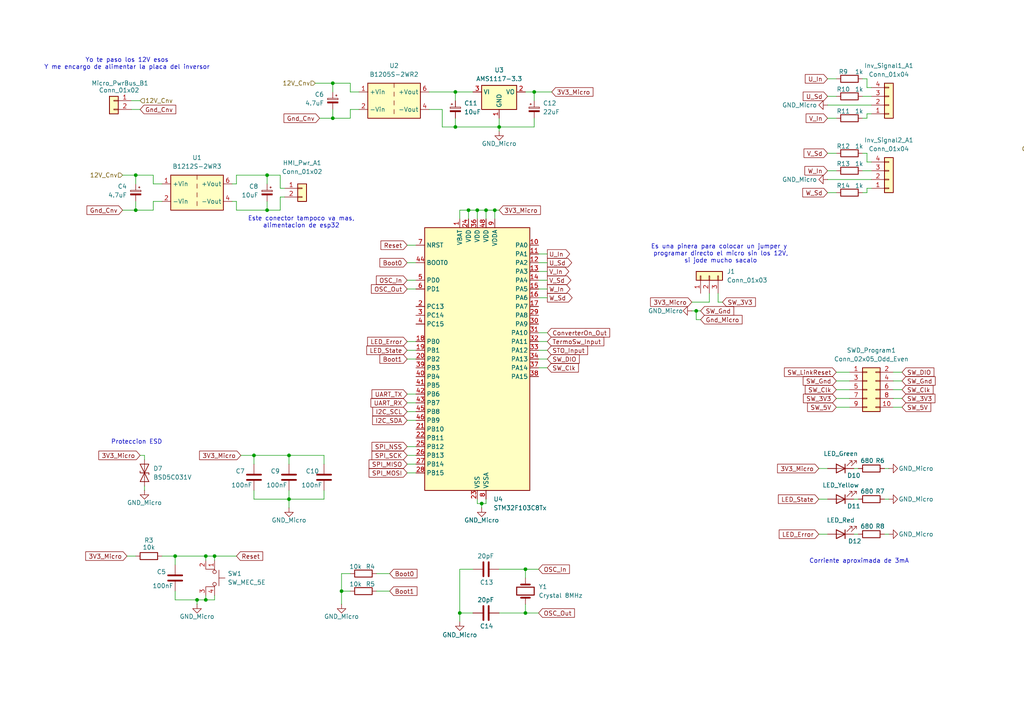
<source format=kicad_sch>
(kicad_sch (version 20250114) (generator "eeschema") (generator_version "9.0")
  (paper "A4")
  (lib_symbols
    (symbol "Connector:Screw_Terminal_01x02" (pin_names (offset 1.016) (hide yes))
      (property "Reference" "J" (at 0 2.54 0))
      (property "Value" "Screw_Terminal_01x02" (at 0 -5.08 0))
      (symbol "Screw_Terminal_01x02_1_1"
        (pin passive line (at -5.08 0 0) (length 3.81) (name "Pin_1") (number "1"))
        (pin passive line (at -5.08 -2.54 0) (length 3.81) (name "Pin_2") (number "2"))
      )
    )
    (symbol "Connector:Screw_Terminal_01x07" (pin_names (offset 1.016) (hide yes))
      (property "Reference" "J" (at 0 10.16 0))
      (property "Value" "Screw_Terminal_01x07" (at 0 -10.16 0))
      (symbol "Screw_Terminal_01x07_1_1"
        (pin passive line (at -5.08 7.62 0) (length 3.81) (name "Pin_1") (number "1"))
        (pin passive line (at -5.08 5.08 0) (length 3.81) (name "Pin_2") (number "2"))
        (pin passive line (at -5.08 2.54 0) (length 3.81) (name "Pin_3") (number "3"))
        (pin passive line (at -5.08 0 0) (length 3.81) (name "Pin_4") (number "4"))
        (pin passive line (at -5.08 -2.54 0) (length 3.81) (name "Pin_5") (number "5"))
        (pin passive line (at -5.08 -5.08 0) (length 3.81) (name "Pin_6") (number "6"))
        (pin passive line (at -5.08 -7.62 0) (length 3.81) (name "Pin_7") (number "7"))
      )
    )
    (symbol "Connector_Generic:Conn_01x02" (pin_names (offset 1.016) (hide yes))
      (property "Reference" "J" (at 0 2.54 0))
      (property "Value" "Conn_01x02" (at 0 -5.08 0))
      (symbol "Conn_01x02_1_1"
        (pin passive line (at -5.08 0 0) (length 3.81) (name "Pin_1") (number "1"))
        (pin passive line (at -5.08 -2.54 0) (length 3.81) (name "Pin_2") (number "2"))
      )
    )
    (symbol "Connector_Generic:Conn_01x03" (pin_names (offset 1.016) (hide yes))
      (property "Reference" "J" (at 0 5.08 0))
      (property "Value" "Conn_01x03" (at 0 -5.08 0))
      (symbol "Conn_01x03_1_1"
        (pin passive line (at -5.08 2.54 0) (length 3.81) (name "Pin_1") (number "1"))
        (pin passive line (at -5.08 0 0) (length 3.81) (name "Pin_2") (number "2"))
        (pin passive line (at -5.08 -2.54 0) (length 3.81) (name "Pin_3") (number "3"))
      )
    )
    (symbol "Connector_Generic:Conn_01x04" (pin_names (offset 1.016) (hide yes))
      (property "Reference" "J" (at 0 5.08 0))
      (property "Value" "Conn_01x04" (at 0 -7.62 0))
      (symbol "Conn_01x04_1_1"
        (pin passive line (at -5.08 2.54 0) (length 3.81) (name "Pin_1") (number "1"))
        (pin passive line (at -5.08 0 0) (length 3.81) (name "Pin_2") (number "2"))
        (pin passive line (at -5.08 -2.54 0) (length 3.81) (name "Pin_3") (number "3"))
        (pin passive line (at -5.08 -5.08 0) (length 3.81) (name "Pin_4") (number "4"))
      )
    )
    (symbol "Connector_Generic:Conn_01x05" (pin_names (offset 1.016) (hide yes))
      (property "Reference" "J" (at 0 7.62 0))
      (property "Value" "Conn_01x05" (at 0 -7.62 0))
      (symbol "Conn_01x05_1_1"
        (pin passive line (at -5.08 5.08 0) (length 3.81) (name "Pin_1") (number "1"))
        (pin passive line (at -5.08 2.54 0) (length 3.81) (name "Pin_2") (number "2"))
        (pin passive line (at -5.08 0 0) (length 3.81) (name "Pin_3") (number "3"))
        (pin passive line (at -5.08 -2.54 0) (length 3.81) (name "Pin_4") (number "4"))
        (pin passive line (at -5.08 -5.08 0) (length 3.81) (name "Pin_5") (number "5"))
      )
    )
    (symbol "Connector_Generic:Conn_02x05_Odd_Even" (pin_names (offset 1.016) (hide yes))
      (property "Reference" "J" (at 1.27 7.62 0))
      (property "Value" "Conn_02x05_Odd_Even" (at 1.27 -7.62 0))
      (symbol "Conn_02x05_Odd_Even_1_1"
        (pin passive line (at -5.08 5.08 0) (length 3.81) (name "Pin_1") (number "1"))
        (pin passive line (at -5.08 2.54 0) (length 3.81) (name "Pin_3") (number "3"))
        (pin passive line (at -5.08 0 0) (length 3.81) (name "Pin_5") (number "5"))
        (pin passive line (at -5.08 -2.54 0) (length 3.81) (name "Pin_7") (number "7"))
        (pin passive line (at -5.08 -5.08 0) (length 3.81) (name "Pin_9") (number "9"))
        (pin passive line (at 7.62 5.08 180) (length 3.81) (name "Pin_2") (number "2"))
        (pin passive line (at 7.62 2.54 180) (length 3.81) (name "Pin_4") (number "4"))
        (pin passive line (at 7.62 0 180) (length 3.81) (name "Pin_6") (number "6"))
        (pin passive line (at 7.62 -2.54 180) (length 3.81) (name "Pin_8") (number "8"))
        (pin passive line (at 7.62 -5.08 180) (length 3.81) (name "Pin_10") (number "10"))
      )
    )
    (symbol "Converter_DCDC:TMA-1205S"
      (property "Reference" "U" (at -6.35 6.35 0))
      (property "Value" "TMA-1205S" (at 2.54 6.35 0))
      (symbol "TMA-1205S_1_1"
        (pin power_in line (at -10.16 2.54 0) (length 2.54) (name "+Vin") (number "1"))
        (pin power_in line (at -10.16 -2.54 0) (length 2.54) (name "-Vin") (number "2"))
        (pin power_out line (at 10.16 2.54 180) (length 2.54) (name "+Vout") (number "6"))
        (pin power_out line (at 10.16 -2.54 180) (length 2.54) (name "-Vout") (number "4"))
      )
    )
    (symbol "Device:C" (pin_numbers (hide yes)) (pin_names (offset 0.254))
      (property "Reference" "C" (at 0.635 2.54 0))
      (property "Value" "C" (at 0.635 -2.54 0))
      (symbol "C_1_1"
        (pin passive line (at 0 3.81 270) (length 2.794) (name "~") (number "1"))
        (pin passive line (at 0 -3.81 90) (length 2.794) (name "~") (number "2"))
      )
    )
    (symbol "Device:C_Polarized_Small" (pin_numbers (hide yes)) (pin_names (offset 0.254) (hide yes))
      (property "Reference" "C" (at 0.254 1.778 0))
      (property "Value" "C_Polarized_Small" (at 0.254 -2.032 0))
      (symbol "C_Polarized_Small_1_1"
        (pin passive line (at 0 2.54 270) (length 1.8542) (name "~") (number "1"))
        (pin passive line (at 0 -2.54 90) (length 1.8542) (name "~") (number "2"))
      )
    )
    (symbol "Device:Crystal" (pin_numbers (hide yes)) (pin_names (offset 1.016) (hide yes))
      (property "Reference" "Y" (at 0 3.81 0))
      (property "Value" "Crystal" (at 0 -3.81 0))
      (symbol "Crystal_1_1"
        (pin passive line (at -3.81 0 0) (length 1.27) (name "1") (number "1"))
        (pin passive line (at 3.81 0 180) (length 1.27) (name "2") (number "2"))
      )
    )
    (symbol "Device:LED" (pin_numbers (hide yes)) (pin_names (offset 1.016) (hide yes))
      (property "Reference" "D" (at 0 2.54 0))
      (property "Value" "LED" (at 0 -2.54 0))
      (symbol "LED_1_1"
        (pin passive line (at -3.81 0 0) (length 2.54) (name "K") (number "1"))
        (pin passive line (at 3.81 0 180) (length 2.54) (name "A") (number "2"))
      )
    )
    (symbol "Device:R" (pin_numbers (hide yes)) (pin_names (offset 0))
      (property "Reference" "R" (at 2.032 0 90))
      (property "Value" "R" (at 0 0 90))
      (symbol "R_1_1"
        (pin passive line (at 0 3.81 270) (length 1.27) (name "~") (number "1"))
        (pin passive line (at 0 -3.81 90) (length 1.27) (name "~") (number "2"))
      )
    )
    (symbol "Diode:SZESD9B5.0ST5G" (pin_numbers (hide yes)) (pin_names (offset 1.016) (hide yes))
      (property "Reference" "D" (at 0 2.54 0))
      (property "Value" "SZESD9B5.0ST5G" (at 0 -2.54 0))
      (symbol "SZESD9B5.0ST5G_1_1"
        (pin passive line (at -3.81 0 0) (length 2.54) (name "A1") (number "1"))
        (pin passive line (at 3.81 0 180) (length 2.54) (name "A2") (number "2"))
      )
    )
    (symbol "Isolator:PC817" (pin_names (offset 1.016))
      (property "Reference" "U" (at -5.08 5.08 0))
      (property "Value" "PC817" (at 0 5.08 0))
      (symbol "PC817_1_1"
        (pin passive line (at -7.62 2.54 0) (length 2.54) (name "~") (number "1"))
        (pin passive line (at -7.62 -2.54 0) (length 2.54) (name "~") (number "2"))
        (pin passive line (at 7.62 2.54 180) (length 2.54) (name "~") (number "4"))
        (pin passive line (at 7.62 -2.54 180) (length 2.54) (name "~") (number "3"))
      )
    )
    (symbol "MCU_ST_STM32F1:STM32F103C8Tx"
      (property "Reference" "U" (at -15.24 39.37 0))
      (property "Value" "STM32F103C8Tx" (at 7.62 39.37 0))
      (symbol "STM32F103C8Tx_1_1"
        (pin input line (at -17.78 33.02 0) (length 2.54) (name "NRST") (number "7"))
        (pin input line (at -17.78 27.94 0) (length 2.54) (name "BOOT0") (number "44"))
        (pin bidirectional line (at -17.78 22.86 0) (length 2.54) (name "PD0") (number "5"))
        (pin bidirectional line (at -17.78 20.32 0) (length 2.54) (name "PD1") (number "6"))
        (pin bidirectional line (at -17.78 15.24 0) (length 2.54) (name "PC13") (number "2"))
        (pin bidirectional line (at -17.78 12.7 0) (length 2.54) (name "PC14") (number "3"))
        (pin bidirectional line (at -17.78 10.16 0) (length 2.54) (name "PC15") (number "4"))
        (pin bidirectional line (at -17.78 5.08 0) (length 2.54) (name "PB0") (number "18"))
        (pin bidirectional line (at -17.78 2.54 0) (length 2.54) (name "PB1") (number "19"))
        (pin bidirectional line (at -17.78 0 0) (length 2.54) (name "PB2") (number "20"))
        (pin bidirectional line (at -17.78 -2.54 0) (length 2.54) (name "PB3") (number "39"))
        (pin bidirectional line (at -17.78 -5.08 0) (length 2.54) (name "PB4") (number "40"))
        (pin bidirectional line (at -17.78 -7.62 0) (length 2.54) (name "PB5") (number "41"))
        (pin bidirectional line (at -17.78 -10.16 0) (length 2.54) (name "PB6") (number "42"))
        (pin bidirectional line (at -17.78 -12.7 0) (length 2.54) (name "PB7") (number "43"))
        (pin bidirectional line (at -17.78 -15.24 0) (length 2.54) (name "PB8") (number "45"))
        (pin bidirectional line (at -17.78 -17.78 0) (length 2.54) (name "PB9") (number "46"))
        (pin bidirectional line (at -17.78 -20.32 0) (length 2.54) (name "PB10") (number "21"))
        (pin bidirectional line (at -17.78 -22.86 0) (length 2.54) (name "PB11") (number "22"))
        (pin bidirectional line (at -17.78 -25.4 0) (length 2.54) (name "PB12") (number "25"))
        (pin bidirectional line (at -17.78 -27.94 0) (length 2.54) (name "PB13") (number "26"))
        (pin bidirectional line (at -17.78 -30.48 0) (length 2.54) (name "PB14") (number "27"))
        (pin bidirectional line (at -17.78 -33.02 0) (length 2.54) (name "PB15") (number "28"))
        (pin power_in line (at -5.08 40.64 270) (length 2.54) (name "VBAT") (number "1"))
        (pin power_in line (at -2.54 40.64 270) (length 2.54) (name "VDD") (number "24"))
        (pin power_in line (at 0 40.64 270) (length 2.54) (name "VDD") (number "36"))
        (pin power_in line (at 0 -40.64 90) (length 2.54) (name "VSS") (number "23"))
        (pin passive line (at 0 -40.64 90) (length 2.54) (hide yes) (name "VSS") (number "35"))
        (pin passive line (at 0 -40.64 90) (length 2.54) (hide yes) (name "VSS") (number "47"))
        (pin power_in line (at 2.54 40.64 270) (length 2.54) (name "VDD") (number "48"))
        (pin power_in line (at 2.54 -40.64 90) (length 2.54) (name "VSSA") (number "8"))
        (pin power_in line (at 5.08 40.64 270) (length 2.54) (name "VDDA") (number "9"))
        (pin bidirectional line (at 17.78 33.02 180) (length 2.54) (name "PA0") (number "10"))
        (pin bidirectional line (at 17.78 30.48 180) (length 2.54) (name "PA1") (number "11"))
        (pin bidirectional line (at 17.78 27.94 180) (length 2.54) (name "PA2") (number "12"))
        (pin bidirectional line (at 17.78 25.4 180) (length 2.54) (name "PA3") (number "13"))
        (pin bidirectional line (at 17.78 22.86 180) (length 2.54) (name "PA4") (number "14"))
        (pin bidirectional line (at 17.78 20.32 180) (length 2.54) (name "PA5") (number "15"))
        (pin bidirectional line (at 17.78 17.78 180) (length 2.54) (name "PA6") (number "16"))
        (pin bidirectional line (at 17.78 15.24 180) (length 2.54) (name "PA7") (number "17"))
        (pin bidirectional line (at 17.78 12.7 180) (length 2.54) (name "PA8") (number "29"))
        (pin bidirectional line (at 17.78 10.16 180) (length 2.54) (name "PA9") (number "30"))
        (pin bidirectional line (at 17.78 7.62 180) (length 2.54) (name "PA10") (number "31"))
        (pin bidirectional line (at 17.78 5.08 180) (length 2.54) (name "PA11") (number "32"))
        (pin bidirectional line (at 17.78 2.54 180) (length 2.54) (name "PA12") (number "33"))
        (pin bidirectional line (at 17.78 0 180) (length 2.54) (name "PA13") (number "34"))
        (pin bidirectional line (at 17.78 -2.54 180) (length 2.54) (name "PA14") (number "37"))
        (pin bidirectional line (at 17.78 -5.08 180) (length 2.54) (name "PA15") (number "38"))
      )
    )
    (symbol "Regulator_Linear:AMS1117-3.3"
      (property "Reference" "U" (at -3.81 3.175 0))
      (property "Value" "AMS1117-3.3" (at 0 3.175 0))
      (symbol "AMS1117-3.3_1_1"
        (pin power_in line (at -7.62 0 0) (length 2.54) (name "VI") (number "3"))
        (pin power_in line (at 0 -7.62 90) (length 2.54) (name "GND") (number "1"))
        (pin power_out line (at 7.62 0 180) (length 2.54) (name "VO") (number "2"))
      )
    )
    (symbol "Switch:SW_MEC_5E" (pin_names (offset 1.016) (hide yes))
      (property "Reference" "SW" (at 0.635 5.715 0))
      (property "Value" "SW_MEC_5E" (at 0 -3.175 0))
      (symbol "SW_MEC_5E_0_1"
        (pin passive line (at -5.08 2.54 0) (length 2.54) (name "1") (number "1"))
        (pin passive line (at -5.08 0 0) (length 2.54) (name "2") (number "2"))
        (pin passive line (at 5.08 2.54 180) (length 2.54) (name "A") (number "4"))
        (pin passive line (at 5.08 0 180) (length 2.54) (name "K") (number "3"))
      )
    )
    (symbol "power:GND" (power) (pin_numbers (hide yes)) (pin_names (offset 0) (hide yes))
      (property "Value" "GND" (at 0 -3.81 0))
      (symbol "GND_1_1"
        (pin power_in line (at 0 0 270) (length 0) (name "~") (number "1"))
      )
    )
  )
  (text "Y el Rele falta, pero bueno eso ya lo tenias vos\n" (at 376.428 156.21 0) (effects (font (size 1.27 1.27))))
  (text "Yo te paso los 12V esos\nY me encargo de alimentar la placa del inversor\n" (at 36.83 18.542 0) (effects (font (size 1.27 1.27))))
  (text "Este conector tampoco va mas,\nalimentacion de esp32\n" (at 87.376 64.516 0) (effects (font (size 1.27 1.27))))
  (text "Corriente aproximada de 3mA\n" (at 249.174 162.814 0) (effects (font (size 1.27 1.27))))
  (text "Este conector ya no va, esta en la misma placa\n" (at 329.946 70.358 0) (effects (font (size 1.27 1.27))))
  (text "Estos manejalos como te parezca conveniente\n" (at 405.384 141.224 0) (effects (font (size 1.27 1.27))))
  (text "Es simil al del boton de emergencia\n" (at 331.216 22.098 0) (effects (font (size 1.27 1.27))))
  (text "Conectores internos\n\n" (at 316.23 113.03 0) (effects (font (size 2.54 2.54))))
  (text "Conectores externos\n" (at 365.76 110.744 0) (effects (font (size 2.54 2.54))))
  (text "Proteccion ESD" (at 39.624 128.27 0) (effects (font (size 1.27 1.27))))
  (text "Es una pinera para colocar un jumper y \nprogramar directo el micro sin los 12V,\nsi jode mucho sacalo\n" (at 209.042 73.66 0) (effects (font (size 1.27 1.27))))
  (junction (at 59.69 173.99))
  (junction (at 140.97 60.96))
  (junction (at 96.52 24.13))
  (junction (at 77.47 50.8))
  (junction (at 154.94 26.67))
  (junction (at 132.08 26.67))
  (junction (at 201.93 90.17))
  (junction (at 73.66 132.08))
  (junction (at 143.51 60.96))
  (junction (at 344.17 43.18))
  (junction (at 133.35 177.8))
  (junction (at 50.8 161.29))
  (junction (at 96.52 34.29))
  (junction (at 57.15 173.99))
  (junction (at 83.82 144.78))
  (junction (at 59.69 161.29))
  (junction (at 83.82 132.08))
  (junction (at 138.43 60.96))
  (junction (at 139.7 146.05))
  (junction (at 39.37 50.8))
  (junction (at 144.78 36.83))
  (junction (at 132.08 36.83))
  (junction (at 62.23 161.29))
  (junction (at 152.4 177.8))
  (junction (at 135.89 60.96))
  (junction (at 152.4 165.1))
  (junction (at 99.06 171.45))
  (junction (at 39.37 60.96))
  (junction (at 77.47 60.96))
  (wire (pts (xy 242.57 107.95) (xy 246.38 107.95)))
  (wire (pts (xy 83.82 132.08) (xy 73.66 132.08)))
  (wire (pts (xy 62.23 161.29) (xy 68.58 161.29)))
  (wire (pts (xy 144.78 36.83) (xy 154.94 36.83)))
  (wire (pts (xy 68.58 60.96) (xy 68.58 58.42)))
  (wire (pts (xy 367.03 147.32) (xy 369.57 147.32)))
  (wire (pts (xy 251.46 22.86) (xy 251.46 25.4)))
  (wire (pts (xy 83.82 144.78) (xy 83.82 142.24)))
  (wire (pts (xy 320.04 88.9) (xy 323.85 88.9)))
  (wire (pts (xy 158.75 81.28) (xy 156.21 81.28)))
  (wire (pts (xy 152.4 165.1) (xy 152.4 167.64)))
  (wire (pts (xy 242.57 110.49) (xy 246.38 110.49)))
  (wire (pts (xy 144.78 60.96) (xy 143.51 60.96)))
  (wire (pts (xy 96.52 24.13) (xy 96.52 26.67)))
  (wire (pts (xy 132.08 36.83) (xy 144.78 36.83)))
  (wire (pts (xy 81.28 50.8) (xy 81.28 54.61)))
  (wire (pts (xy 203.2 92.71) (xy 201.93 92.71)))
  (wire (pts (xy 240.03 27.94) (xy 242.57 27.94)))
  (wire (pts (xy 319.7192 38.1) (xy 321.31 38.1)))
  (wire (pts (xy 242.57 113.03) (xy 246.38 113.03)))
  (wire (pts (xy 313.69 43.18) (xy 326.39 43.18)))
  (wire (pts (xy 39.37 60.96) (xy 39.37 58.42)))
  (wire (pts (xy 35.56 60.96) (xy 39.37 60.96)))
  (wire (pts (xy 83.82 134.62) (xy 83.82 132.08)))
  (wire (pts (xy 133.35 60.96) (xy 135.89 60.96)))
  (wire (pts (xy 138.43 146.05) (xy 139.7 146.05)))
  (wire (pts (xy 57.15 173.99) (xy 59.69 173.99)))
  (wire (pts (xy 68.58 60.96) (xy 77.47 60.96)))
  (wire (pts (xy 118.11 129.54) (xy 120.65 129.54)))
  (wire (pts (xy 247.65 144.78) (xy 248.92 144.78)))
  (wire (pts (xy 158.75 106.68) (xy 156.21 106.68)))
  (wire (pts (xy 35.56 50.8) (xy 39.37 50.8)))
  (wire (pts (xy 261.62 107.95) (xy 259.08 107.95)))
  (wire (pts (xy 250.19 49.53) (xy 252.73 49.53)))
  (wire (pts (xy 152.4 165.1) (xy 156.21 165.1)))
  (wire (pts (xy 201.93 90.17) (xy 203.2 90.17)))
  (wire (pts (xy 367.03 144.78) (xy 369.57 144.78)))
  (wire (pts (xy 367.03 137.16) (xy 369.57 137.16)))
  (wire (pts (xy 367.03 149.86) (xy 369.57 149.86)))
  (wire (pts (xy 77.47 50.8) (xy 81.28 50.8)))
  (wire (pts (xy 91.44 24.13) (xy 96.52 24.13)))
  (wire (pts (xy 118.11 76.2) (xy 120.65 76.2)))
  (wire (pts (xy 73.66 144.78) (xy 83.82 144.78)))
  (wire (pts (xy 261.62 113.03) (xy 259.08 113.03)))
  (wire (pts (xy 158.75 78.74) (xy 156.21 78.74)))
  (wire (pts (xy 205.74 87.63) (xy 205.74 85.09)))
  (wire (pts (xy 138.43 144.78) (xy 138.43 146.05)))
  (wire (pts (xy 40.64 132.08) (xy 41.91 132.08)))
  (wire (pts (xy 240.03 44.45) (xy 242.57 44.45)))
  (wire (pts (xy 143.51 60.96) (xy 140.97 60.96)))
  (wire (pts (xy 252.73 30.48) (xy 240.03 30.48)))
  (wire (pts (xy 320.04 81.28) (xy 323.85 81.28)))
  (wire (pts (xy 68.58 50.8) (xy 77.47 50.8)))
  (wire (pts (xy 118.11 81.28) (xy 120.65 81.28)))
  (wire (pts (xy 67.31 53.34) (xy 68.58 53.34)))
  (wire (pts (xy 158.75 99.06) (xy 156.21 99.06)))
  (wire (pts (xy 240.03 22.86) (xy 242.57 22.86)))
  (wire (pts (xy 40.64 29.21) (xy 38.1 29.21)))
  (wire (pts (xy 96.52 34.29) (xy 96.52 31.75)))
  (wire (pts (xy 247.65 154.94) (xy 248.92 154.94)))
  (wire (pts (xy 135.89 60.96) (xy 138.43 60.96)))
  (wire (pts (xy 247.65 135.89) (xy 248.92 135.89)))
  (wire (pts (xy 242.57 118.11) (xy 246.38 118.11)))
  (wire (pts (xy 81.28 57.15) (xy 82.55 57.15)))
  (wire (pts (xy 158.75 86.36) (xy 156.21 86.36)))
  (wire (pts (xy 77.47 58.42) (xy 77.47 60.96)))
  (wire (pts (xy 341.63 38.1) (xy 347.98 38.1)))
  (wire (pts (xy 118.11 137.16) (xy 120.65 137.16)))
  (wire (pts (xy 140.97 146.05) (xy 139.7 146.05)))
  (wire (pts (xy 144.78 177.8) (xy 152.4 177.8)))
  (wire (pts (xy 59.69 173.99) (xy 62.23 173.99)))
  (wire (pts (xy 93.98 134.62) (xy 93.98 132.08)))
  (wire (pts (xy 158.75 101.6) (xy 156.21 101.6)))
  (wire (pts (xy 101.6 26.67) (xy 104.14 26.67)))
  (wire (pts (xy 154.94 34.29) (xy 154.94 36.83)))
  (wire (pts (xy 118.11 83.82) (xy 120.65 83.82)))
  (wire (pts (xy 41.91 132.08) (xy 41.91 133.35)))
  (wire (pts (xy 96.52 34.29) (xy 101.6 34.29)))
  (wire (pts (xy 77.47 50.8) (xy 77.47 53.34)))
  (wire (pts (xy 124.46 31.75) (xy 128.27 31.75)))
  (wire (pts (xy 242.57 115.57) (xy 246.38 115.57)))
  (wire (pts (xy 118.11 99.06) (xy 120.65 99.06)))
  (wire (pts (xy 320.04 78.74) (xy 323.85 78.74)))
  (wire (pts (xy 144.78 38.1) (xy 144.78 36.83)))
  (wire (pts (xy 237.49 135.89) (xy 240.03 135.89)))
  (wire (pts (xy 344.17 52.07) (xy 344.17 53.34)))
  (wire (pts (xy 341.63 43.18) (xy 344.17 43.18)))
  (wire (pts (xy 309.88 38.1) (xy 312.0992 38.1)))
  (wire (pts (xy 68.58 58.42) (xy 67.31 58.42)))
  (wire (pts (xy 118.11 104.14) (xy 120.65 104.14)))
  (wire (pts (xy 50.8 173.99) (xy 57.15 173.99)))
  (wire (pts (xy 251.46 54.61) (xy 251.46 55.88)))
  (wire (pts (xy 99.06 171.45) (xy 101.6 171.45)))
  (wire (pts (xy 250.19 44.45) (xy 251.46 44.45)))
  (wire (pts (xy 200.66 90.17) (xy 201.93 90.17)))
  (wire (pts (xy 323.85 38.1) (xy 326.39 38.1)))
  (wire (pts (xy 101.6 166.37) (xy 99.06 166.37)))
  (wire (pts (xy 57.15 175.26) (xy 57.15 173.99)))
  (wire (pts (xy 256.54 154.94) (xy 257.81 154.94)))
  (wire (pts (xy 109.22 171.45) (xy 113.03 171.45)))
  (wire (pts (xy 133.35 177.8) (xy 133.35 165.1)))
  (wire (pts (xy 320.04 130.81) (xy 317.5 130.81)))
  (wire (pts (xy 158.75 76.2) (xy 156.21 76.2)))
  (wire (pts (xy 365.76 121.92) (xy 369.57 121.92)))
  (wire (pts (xy 144.78 36.83) (xy 144.78 34.29)))
  (wire (pts (xy 133.35 165.1) (xy 137.16 165.1)))
  (wire (pts (xy 62.23 172.72) (xy 62.23 173.99)))
  (wire (pts (xy 133.35 180.34) (xy 133.35 177.8)))
  (wire (pts (xy 250.19 27.94) (xy 252.73 27.94)))
  (wire (pts (xy 240.03 34.29) (xy 242.57 34.29)))
  (wire (pts (xy 135.89 63.5) (xy 135.89 60.96)))
  (wire (pts (xy 139.7 146.05) (xy 139.7 147.32)))
  (wire (pts (xy 251.46 55.88) (xy 250.19 55.88)))
  (wire (pts (xy 101.6 34.29) (xy 101.6 31.75)))
  (wire (pts (xy 59.69 172.72) (xy 59.69 173.99)))
  (wire (pts (xy 158.75 104.14) (xy 156.21 104.14)))
  (wire (pts (xy 140.97 60.96) (xy 140.97 63.5)))
  (wire (pts (xy 132.08 26.67) (xy 132.08 29.21)))
  (wire (pts (xy 251.46 34.29) (xy 251.46 33.02)))
  (wire (pts (xy 250.19 34.29) (xy 251.46 34.29)))
  (wire (pts (xy 101.6 24.13) (xy 96.52 24.13)))
  (wire (pts (xy 118.11 114.3) (xy 120.65 114.3)))
  (wire (pts (xy 44.45 50.8) (xy 39.37 50.8)))
  (wire (pts (xy 208.28 87.63) (xy 209.55 87.63)))
  (wire (pts (xy 93.98 132.08) (xy 83.82 132.08)))
  (wire (pts (xy 367.03 134.62) (xy 369.57 134.62)))
  (wire (pts (xy 152.4 177.8) (xy 156.21 177.8)))
  (wire (pts (xy 158.75 96.52) (xy 156.21 96.52)))
  (wire (pts (xy 118.11 116.84) (xy 120.65 116.84)))
  (wire (pts (xy 118.11 134.62) (xy 120.65 134.62)))
  (wire (pts (xy 347.98 53.34) (xy 344.17 53.34)))
  (wire (pts (xy 92.71 34.29) (xy 96.52 34.29)))
  (wire (pts (xy 256.54 135.89) (xy 257.81 135.89)))
  (wire (pts (xy 118.11 132.08) (xy 120.65 132.08)))
  (wire (pts (xy 81.28 60.96) (xy 81.28 57.15)))
  (wire (pts (xy 93.98 142.24) (xy 93.98 144.78)))
  (wire (pts (xy 261.62 110.49) (xy 259.08 110.49)))
  (wire (pts (xy 152.4 175.26) (xy 152.4 177.8)))
  (wire (pts (xy 133.35 177.8) (xy 137.16 177.8)))
  (wire (pts (xy 39.37 60.96) (xy 44.45 60.96)))
  (wire (pts (xy 133.35 60.96) (xy 133.35 63.5)))
  (wire (pts (xy 252.73 54.61) (xy 251.46 54.61)))
  (wire (pts (xy 237.49 144.78) (xy 240.03 144.78)))
  (wire (pts (xy 69.85 132.08) (xy 73.66 132.08)))
  (wire (pts (xy 44.45 58.42) (xy 46.99 58.42)))
  (wire (pts (xy 320.04 86.36) (xy 323.85 86.36)))
  (wire (pts (xy 118.11 119.38) (xy 120.65 119.38)))
  (wire (pts (xy 201.93 92.71) (xy 201.93 90.17)))
  (wire (pts (xy 62.23 161.29) (xy 62.23 162.56)))
  (wire (pts (xy 144.78 165.1) (xy 152.4 165.1)))
  (wire (pts (xy 109.22 166.37) (xy 113.03 166.37)))
  (wire (pts (xy 154.94 29.21) (xy 154.94 26.67)))
  (wire (pts (xy 132.08 26.67) (xy 137.16 26.67)))
  (wire (pts (xy 39.37 50.8) (xy 39.37 53.34)))
  (wire (pts (xy 93.98 144.78) (xy 83.82 144.78)))
  (wire (pts (xy 344.17 43.18) (xy 344.17 44.45)))
  (wire (pts (xy 101.6 31.75) (xy 104.14 31.75)))
  (wire (pts (xy 101.6 24.13) (xy 101.6 26.67)))
  (wire (pts (xy 240.03 52.07) (xy 252.73 52.07)))
  (wire (pts (xy 240.03 55.88) (xy 242.57 55.88)))
  (wire (pts (xy 320.04 83.82) (xy 323.85 83.82)))
  (wire (pts (xy 256.54 144.78) (xy 257.81 144.78)))
  (wire (pts (xy 128.27 31.75) (xy 128.27 36.83)))
  (wire (pts (xy 320.04 128.27) (xy 317.5 128.27)))
  (wire (pts (xy 251.46 33.02) (xy 252.73 33.02)))
  (wire (pts (xy 77.47 60.96) (xy 81.28 60.96)))
  (wire (pts (xy 138.43 60.96) (xy 140.97 60.96)))
  (wire (pts (xy 154.94 26.67) (xy 160.02 26.67)))
  (wire (pts (xy 44.45 53.34) (xy 46.99 53.34)))
  (wire (pts (xy 200.66 87.63) (xy 205.74 87.63)))
  (wire (pts (xy 261.62 118.11) (xy 259.08 118.11)))
  (wire (pts (xy 140.97 144.78) (xy 140.97 146.05)))
  (wire (pts (xy 59.69 161.29) (xy 62.23 161.29)))
  (wire (pts (xy 44.45 50.8) (xy 44.45 53.34)))
  (wire (pts (xy 59.69 161.29) (xy 59.69 162.56)))
  (wire (pts (xy 46.99 161.29) (xy 50.8 161.29)))
  (wire (pts (xy 73.66 132.08) (xy 73.66 134.62)))
  (wire (pts (xy 250.19 22.86) (xy 251.46 22.86)))
  (wire (pts (xy 50.8 161.29) (xy 50.8 163.83)))
  (wire (pts (xy 118.11 71.12) (xy 120.65 71.12)))
  (wire (pts (xy 99.06 171.45) (xy 99.06 175.26)))
  (wire (pts (xy 237.49 154.94) (xy 240.03 154.94)))
  (wire (pts (xy 68.58 53.34) (xy 68.58 50.8)))
  (wire (pts (xy 128.27 36.83) (xy 132.08 36.83)))
  (wire (pts (xy 365.76 124.46) (xy 369.57 124.46)))
  (wire (pts (xy 208.28 85.09) (xy 208.28 87.63)))
  (wire (pts (xy 251.46 44.45) (xy 251.46 46.99)))
  (wire (pts (xy 118.11 121.92) (xy 120.65 121.92)))
  (wire (pts (xy 44.45 60.96) (xy 44.45 58.42)))
  (wire (pts (xy 41.91 140.97) (xy 41.91 142.24)))
  (wire (pts (xy 261.62 115.57) (xy 259.08 115.57)))
  (wire (pts (xy 99.06 166.37) (xy 99.06 171.45)))
  (wire (pts (xy 73.66 142.24) (xy 73.66 144.78)))
  (wire (pts (xy 138.43 60.96) (xy 138.43 63.5)))
  (wire (pts (xy 143.51 63.5) (xy 143.51 60.96)))
  (wire (pts (xy 118.11 101.6) (xy 120.65 101.6)))
  (wire (pts (xy 81.28 54.61) (xy 82.55 54.61)))
  (wire (pts (xy 39.37 161.29) (xy 36.83 161.29)))
  (wire (pts (xy 50.8 173.99) (xy 50.8 171.45)))
  (wire (pts (xy 251.46 25.4) (xy 252.73 25.4)))
  (wire (pts (xy 240.03 49.53) (xy 242.57 49.53)))
  (wire (pts (xy 367.03 139.7) (xy 369.57 139.7)))
  (wire (pts (xy 124.46 26.67) (xy 132.08 26.67)))
  (wire (pts (xy 158.75 83.82) (xy 156.21 83.82)))
  (wire (pts (xy 132.08 34.29) (xy 132.08 36.83)))
  (wire (pts (xy 38.1 31.75) (xy 40.64 31.75)))
  (wire (pts (xy 344.17 43.18) (xy 347.98 43.18)))
  (wire (pts (xy 367.03 142.24) (xy 369.57 142.24)))
  (wire (pts (xy 83.82 147.32) (xy 83.82 144.78)))
  (wire (pts (xy 251.46 46.99) (xy 252.73 46.99)))
  (wire (pts (xy 154.94 26.67) (xy 152.4 26.67)))
  (wire (pts (xy 50.8 161.29) (xy 59.69 161.29)))
  (wire (pts (xy 156.21 73.66) (xy 158.75 73.66)))
  (global_label "SW_LinkReset" (shape input) (at 242.57 107.95 180) (property "Intersheetrefs" "${INTERSHEET_REFS}" (effects (hide yes))))
  (global_label "Out_Stop" (shape input) (at 369.57 137.16 0) (property "Intersheetrefs" "${INTERSHEET_REFS}" (effects (hide yes))))
  (global_label "SW_DIO" (shape input) (at 261.62 107.95 0) (property "Intersheetrefs" "${INTERSHEET_REFS}" (effects (hide yes))))
  (global_label "Out_Vel1" (shape input) (at 369.57 139.7 0) (property "Intersheetrefs" "${INTERSHEET_REFS}" (effects (hide yes))))
  (global_label "3V3_Micro" (shape input) (at 160.02 26.67 0) (property "Intersheetrefs" "${INTERSHEET_REFS}" (effects (hide yes))))
  (global_label "V_Sd" (shape output) (at 158.75 81.28 0) (property "Intersheetrefs" "${INTERSHEET_REFS}" (effects (hide yes))))
  (global_label "LED_State" (shape input) (at 118.11 101.6 180) (property "Intersheetrefs" "${INTERSHEET_REFS}" (effects (hide yes))))
  (global_label "STO_Input" (shape input) (at 158.75 101.6 0) (property "Intersheetrefs" "${INTERSHEET_REFS}" (effects (hide yes))))
  (global_label "V_Sd" (shape input) (at 240.03 44.45 180) (property "Intersheetrefs" "${INTERSHEET_REFS}" (effects (hide yes))))
  (global_label "TermoSw_Input" (shape input) (at 347.98 43.18 0) (property "Intersheetrefs" "${INTERSHEET_REFS}" (effects (hide yes))))
  (global_label "Boot0" (shape input) (at 113.03 166.37 0) (property "Intersheetrefs" "${INTERSHEET_REFS}" (effects (hide yes))))
  (global_label "W_In" (shape input) (at 240.03 49.53 180) (property "Intersheetrefs" "${INTERSHEET_REFS}" (effects (hide yes))))
  (global_label "SPI_MISO" (shape input) (at 320.04 86.36 180) (property "Intersheetrefs" "${INTERSHEET_REFS}" (effects (hide yes))))
  (global_label "UART_TX" (shape input) (at 118.11 114.3 180) (property "Intersheetrefs" "${INTERSHEET_REFS}" (effects (hide yes))))
  (global_label "Out_Vel4" (shape input) (at 369.57 147.32 0) (property "Intersheetrefs" "${INTERSHEET_REFS}" (effects (hide yes))))
  (global_label "SPI_MOSI" (shape input) (at 320.04 88.9 180) (property "Intersheetrefs" "${INTERSHEET_REFS}" (effects (hide yes))))
  (global_label "SW_Gnd" (shape input) (at 203.2 90.17 0) (property "Intersheetrefs" "${INTERSHEET_REFS}" (effects (hide yes))))
  (global_label "LED_Error" (shape input) (at 237.49 154.94 180) (property "Intersheetrefs" "${INTERSHEET_REFS}" (effects (hide yes))))
  (global_label "Boot1" (shape input) (at 118.11 104.14 180) (property "Intersheetrefs" "${INTERSHEET_REFS}" (effects (hide yes))))
  (global_label "U_In" (shape output) (at 158.75 73.66 0) (property "Intersheetrefs" "${INTERSHEET_REFS}" (effects (hide yes))))
  (global_label "SW_Clk" (shape input) (at 242.57 113.03 180) (property "Intersheetrefs" "${INTERSHEET_REFS}" (effects (hide yes))))
  (global_label "SPI_NSS" (shape input) (at 320.04 81.28 180) (property "Intersheetrefs" "${INTERSHEET_REFS}" (effects (hide yes))))
  (global_label "LED_Error" (shape input) (at 118.11 99.06 180) (property "Intersheetrefs" "${INTERSHEET_REFS}" (effects (hide yes))))
  (global_label "SW_Gnd" (shape input) (at 242.57 110.49 180) (property "Intersheetrefs" "${INTERSHEET_REFS}" (effects (hide yes))))
  (global_label "SW_3V3" (shape input) (at 261.62 115.57 0) (property "Intersheetrefs" "${INTERSHEET_REFS}" (effects (hide yes))))
  (global_label "ConverterOn_Out" (shape input) (at 158.75 96.52 0) (property "Intersheetrefs" "${INTERSHEET_REFS}" (effects (hide yes))))
  (global_label "SW_Clk" (shape input) (at 158.75 106.68 0) (property "Intersheetrefs" "${INTERSHEET_REFS}" (effects (hide yes))))
  (global_label "Gnd_Cnv" (shape input) (at 92.71 34.29 180) (property "Intersheetrefs" "${INTERSHEET_REFS}" (effects (hide yes))))
  (global_label "3V3_Micro" (shape input) (at 36.83 161.29 180) (property "Intersheetrefs" "${INTERSHEET_REFS}" (effects (hide yes))))
  (global_label "SPI_SCK" (shape input) (at 118.11 132.08 180) (property "Intersheetrefs" "${INTERSHEET_REFS}" (effects (hide yes))))
  (global_label "Out_Start" (shape input) (at 369.57 134.62 0) (property "Intersheetrefs" "${INTERSHEET_REFS}" (effects (hide yes))))
  (global_label "3V3_Micro" (shape input) (at 144.78 60.96 0) (property "Intersheetrefs" "${INTERSHEET_REFS}" (effects (hide yes))))
  (global_label "U_Sd" (shape output) (at 158.75 76.2 0) (property "Intersheetrefs" "${INTERSHEET_REFS}" (effects (hide yes))))
  (global_label "W_Sd" (shape input) (at 240.03 55.88 180) (property "Intersheetrefs" "${INTERSHEET_REFS}" (effects (hide yes))))
  (global_label "SW_DIO" (shape input) (at 158.75 104.14 0) (property "Intersheetrefs" "${INTERSHEET_REFS}" (effects (hide yes))))
  (global_label "SPI_MISO" (shape input) (at 118.11 134.62 180) (property "Intersheetrefs" "${INTERSHEET_REFS}" (effects (hide yes))))
  (global_label "I2C_SDA" (shape input) (at 118.11 121.92 180) (property "Intersheetrefs" "${INTERSHEET_REFS}" (effects (hide yes))))
  (global_label "3V3_Micro" (shape input) (at 347.98 38.1 0) (property "Intersheetrefs" "${INTERSHEET_REFS}" (effects (hide yes))))
  (global_label "Gnd_Cnv" (shape input) (at 35.56 60.96 180) (property "Intersheetrefs" "${INTERSHEET_REFS}" (effects (hide yes))))
  (global_label "UART_RX" (shape input) (at 118.11 116.84 180) (property "Intersheetrefs" "${INTERSHEET_REFS}" (effects (hide yes))))
  (global_label "3V3_Micro" (shape input) (at 40.64 132.08 180) (property "Intersheetrefs" "${INTERSHEET_REFS}" (effects (hide yes))))
  (global_label "SPI_NSS" (shape input) (at 118.11 129.54 180) (property "Intersheetrefs" "${INTERSHEET_REFS}" (effects (hide yes))))
  (global_label "SW_5V" (shape input) (at 242.57 118.11 180) (property "Intersheetrefs" "${INTERSHEET_REFS}" (effects (hide yes))))
  (global_label "U_In" (shape input) (at 240.03 22.86 180) (property "Intersheetrefs" "${INTERSHEET_REFS}" (effects (hide yes))))
  (global_label "3V3_Micro" (shape input) (at 237.49 135.89 180) (property "Intersheetrefs" "${INTERSHEET_REFS}" (effects (hide yes))))
  (global_label "I2C_SCL" (shape input) (at 118.11 119.38 180) (property "Intersheetrefs" "${INTERSHEET_REFS}" (effects (hide yes))))
  (global_label "SW_Clk" (shape input) (at 261.62 113.03 0) (property "Intersheetrefs" "${INTERSHEET_REFS}" (effects (hide yes))))
  (global_label "W_In" (shape output) (at 158.75 83.82 0) (property "Intersheetrefs" "${INTERSHEET_REFS}" (effects (hide yes))))
  (global_label "Gnd_Cnv" (shape input) (at 40.64 31.75 0) (property "Intersheetrefs" "${INTERSHEET_REFS}" (effects (hide yes))))
  (global_label "U_Sd" (shape input) (at 240.03 27.94 180) (property "Intersheetrefs" "${INTERSHEET_REFS}" (effects (hide yes))))
  (global_label "W_Sd" (shape output) (at 158.75 86.36 0) (property "Intersheetrefs" "${INTERSHEET_REFS}" (effects (hide yes))))
  (global_label "SW_Gnd" (shape input) (at 261.62 110.49 0) (property "Intersheetrefs" "${INTERSHEET_REFS}" (effects (hide yes))))
  (global_label "OSC_In" (shape input) (at 156.21 165.1 0) (property "Intersheetrefs" "${INTERSHEET_REFS}" (effects (hide yes))))
  (global_label "SW_3V3" (shape input) (at 209.55 87.63 0) (property "Intersheetrefs" "${INTERSHEET_REFS}" (effects (hide yes))))
  (global_label "Gnd_Micro" (shape input) (at 203.2 92.71 0) (property "Intersheetrefs" "${INTERSHEET_REFS}" (effects (hide yes))))
  (global_label "Reset" (shape input) (at 68.58 161.29 0) (property "Intersheetrefs" "${INTERSHEET_REFS}" (effects (hide yes))))
  (global_label "Out_Emg2" (shape input) (at 369.57 124.46 0) (property "Intersheetrefs" "${INTERSHEET_REFS}" (effects (hide yes))))
  (global_label "Out_Vel3" (shape input) (at 369.57 144.78 0) (property "Intersheetrefs" "${INTERSHEET_REFS}" (effects (hide yes))))
  (global_label "TermoSw_Input" (shape input) (at 158.75 99.06 0) (property "Intersheetrefs" "${INTERSHEET_REFS}" (effects (hide yes))))
  (global_label "SPI_SCK" (shape input) (at 320.04 83.82 180) (property "Intersheetrefs" "${INTERSHEET_REFS}" (effects (hide yes))))
  (global_label "OSC_Out" (shape input) (at 118.11 83.82 180) (property "Intersheetrefs" "${INTERSHEET_REFS}" (effects (hide yes))))
  (global_label "OSC_In" (shape input) (at 118.11 81.28 180) (property "Intersheetrefs" "${INTERSHEET_REFS}" (effects (hide yes))))
  (global_label "Out_Vel2" (shape input) (at 369.57 142.24 0) (property "Intersheetrefs" "${INTERSHEET_REFS}" (effects (hide yes))))
  (global_label "V_In" (shape input) (at 240.03 34.29 180) (property "Intersheetrefs" "${INTERSHEET_REFS}" (effects (hide yes))))
  (global_label "Out_Emg1" (shape input) (at 369.57 121.92 0) (property "Intersheetrefs" "${INTERSHEET_REFS}" (effects (hide yes))))
  (global_label "Boot1" (shape input) (at 113.03 171.45 0) (property "Intersheetrefs" "${INTERSHEET_REFS}" (effects (hide yes))))
  (global_label "3V3_Micro" (shape input) (at 69.85 132.08 180) (property "Intersheetrefs" "${INTERSHEET_REFS}" (effects (hide yes))))
  (global_label "Out_Rpm" (shape input) (at 369.57 149.86 0) (property "Intersheetrefs" "${INTERSHEET_REFS}" (effects (hide yes))))
  (global_label "SW_3V3" (shape input) (at 242.57 115.57 180) (property "Intersheetrefs" "${INTERSHEET_REFS}" (effects (hide yes))))
  (global_label "SW_5V" (shape input) (at 261.62 118.11 0) (property "Intersheetrefs" "${INTERSHEET_REFS}" (effects (hide yes))))
  (global_label "LED_State" (shape input) (at 237.49 144.78 180) (property "Intersheetrefs" "${INTERSHEET_REFS}" (effects (hide yes))))
  (global_label "Reset" (shape input) (at 118.11 71.12 180) (property "Intersheetrefs" "${INTERSHEET_REFS}" (effects (hide yes))))
  (global_label "Boot0" (shape input) (at 118.11 76.2 180) (property "Intersheetrefs" "${INTERSHEET_REFS}" (effects (hide yes))))
  (global_label "SPI_MOSI" (shape input) (at 118.11 137.16 180) (property "Intersheetrefs" "${INTERSHEET_REFS}" (effects (hide yes))))
  (global_label "OSC_Out" (shape input) (at 156.21 177.8 0) (property "Intersheetrefs" "${INTERSHEET_REFS}" (effects (hide yes))))
  (global_label "V_In" (shape output) (at 158.75 78.74 0) (property "Intersheetrefs" "${INTERSHEET_REFS}" (effects (hide yes))))
  (global_label "3V3_Micro" (shape input) (at 200.66 87.63 180) (property "Intersheetrefs" "${INTERSHEET_REFS}" (effects (hide yes))))
  (hierarchical_label "12V" (shape input) (at 309.88 38.1 180))
  (hierarchical_label "12V_Cnv" (shape input) (at 40.64 29.21 0))
  (hierarchical_label "12V_Cnv" (shape input) (at 35.56 50.8 180))
  (hierarchical_label "Gnd_NoInsulated" (shape input) (at 313.69 43.18 180))
  (hierarchical_label "Gnd_Cnv" (shape input) (at 320.04 130.81 0))
  (hierarchical_label "12V_Cnv" (shape input) (at 320.04 128.27 0))
  (hierarchical_label "12V_Cnv" (shape input) (at 91.44 24.13 180))
  (symbol (lib_id "power:GND") (at 257.81 135.89 90) (unit 1)
    (property "Reference" "#PWR028" (effects (hide yes)))
    (property "Value" "GND_Micro" (at 265.684 135.89 90))
    (property "Description" "Power symbol creates a global label with name \"GND\" , ground" (effects (hide yes)))
  )
  (symbol (lib_id "power:GND") (at 200.66 90.17 270) (unit 1)
    (property "Reference" "#PWR024" (effects (hide yes)))
    (property "Value" "GND_Micro" (at 193.04 90.17 90))
    (property "Description" "Power symbol creates a global label with name \"GND\" , ground" (effects (hide yes)))
  )
  (symbol (lib_id "Device:R") (at 246.38 34.29 90) (unit 1)
    (property "Reference" "R11" (at 244.602 32.258 90))
    (property "Value" "1k" (at 249.174 32.258 90))
    (property "Footprint" "Resistor_SMD:R_0603_1608Metric_Pad0.98x0.95mm_HandSolder" (effects (hide yes)))
    (property "Description" "Resistor" (effects (hide yes)))
  )
  (symbol (lib_id "Device:R") (at 43.18 161.29 90) (unit 1)
    (property "Reference" "R3" (at 43.18 156.718 90))
    (property "Value" "10k" (at 43.18 158.75 90))
    (property "Footprint" "Resistor_SMD:R_0603_1608Metric_Pad0.98x0.95mm_HandSolder" (effects (hide yes)))
    (property "Description" "Resistor" (effects (hide yes)))
  )
  (symbol (lib_id "power:GND") (at 240.03 52.07 270) (mirror x) (unit 1)
    (property "Reference" "#PWR027" (effects (hide yes)))
    (property "Value" "GND_Micro" (at 236.982 52.07 90) (effects (justify right)))
    (property "Description" "Power symbol creates a global label with name \"GND\" , ground" (effects (hide yes)))
  )
  (symbol (lib_id "Device:LED") (at 243.84 154.94 180) (unit 1)
    (property "Reference" "D12" (at 247.904 156.972 0))
    (property "Value" "LED_Red" (at 243.84 150.876 0))
    (property "Footprint" "LED_SMD:LED_0603_1608Metric_Pad1.05x0.95mm_HandSolder" (effects (hide yes)))
    (property "Description" "Light emitting diode" (effects (hide yes)))
    (property "Sim.Pins" "1=K 2=A" (effects (hide yes)))
  )
  (symbol (lib_id "power:GND") (at 57.15 175.26 0) (unit 1)
    (property "Reference" "#PWR018" (effects (hide yes)))
    (property "Value" "GND_Micro" (at 57.15 178.816 0))
    (property "Description" "Power symbol creates a global label with name \"GND\" , ground" (effects (hide yes)))
  )
  (symbol (lib_id "Isolator:PC817") (at 334.01 40.64 0) (unit 1)
    (property "Reference" "U24" (at 334.01 31.75 0))
    (property "Value" "PC817" (at 334.01 34.29 0))
    (property "Footprint" "Package_DIP:DIP-4_W7.62mm_SMDSocket_SmallPads" (effects (hide yes)))
    (property "Datasheet" "http://www.soselectronic.cz/a_info/resource/d/pc817.pdf" (effects (hide yes)))
    (property "Description" "DC Optocoupler, Vce 35V, CTR 50-300%, DIP-4" (effects (hide yes)))
  )
  (symbol (lib_id "power:GND") (at 41.91 142.24 0) (unit 1)
    (property "Reference" "#PWR017" (effects (hide yes)))
    (property "Value" "GND_Micro" (at 41.91 145.796 0))
    (property "Description" "Power symbol creates a global label with name \"GND\" , ground" (effects (hide yes)))
  )
  (symbol (lib_id "Connector_Generic:Conn_01x04") (at 257.81 52.07 0) (mirror x) (unit 1)
    (property "Reference" "Inv_Signal2_A1" (at 257.81 40.64 0))
    (property "Value" "Conn_01x04" (at 257.81 43.18 0))
    (property "Footprint" "Connector_Molex:Molex_KK-254_AE-6410-04A_1x04_P2.54mm_Vertical" (effects (hide yes)))
    (property "Description" "Generic connector, single row, 01x04, script generated (kicad-library-utils/schlib/autogen/connector/)" (effects (hide yes)))
  )
  (symbol (lib_id "Device:LED") (at 243.84 144.78 180) (unit 1)
    (property "Reference" "D11" (at 247.65 146.812 0))
    (property "Value" "LED_Yellow" (at 243.84 140.716 0))
    (property "Footprint" "LED_SMD:LED_0603_1608Metric_Pad1.05x0.95mm_HandSolder" (effects (hide yes)))
    (property "Description" "Light emitting diode" (effects (hide yes)))
    (property "Sim.Pins" "1=K 2=A" (effects (hide yes)))
  )
  (symbol (lib_id "Connector_Generic:Conn_01x02") (at 33.02 29.21 0) (mirror y) (unit 1)
    (property "Reference" "Micro_PwrBus_B1" (at 34.798 24.13 0))
    (property "Value" "Conn_01x02" (at 34.544 26.162 0))
    (property "Footprint" "Connector_Phoenix_MSTB:PhoenixContact_MSTBVA_2,5_2-G-5,08_1x02_P5.08mm_Vertical" (effects (hide yes)))
    (property "Description" "Generic connector, single row, 01x02, script generated (kicad-library-utils/schlib/autogen/connector/)" (effects (hide yes)))
  )
  (symbol (lib_id "Device:C") (at 140.97 177.8 270) (unit 1)
    (property "Reference" "C14" (at 139.192 181.61 90) (effects (justify left)))
    (property "Value" "20pF" (at 138.43 173.99 90) (effects (justify left)))
    (property "Footprint" "Capacitor_SMD:C_0603_1608Metric_Pad1.08x0.95mm_HandSolder" (effects (hide yes)))
    (property "Description" "Unpolarized capacitor" (effects (hide yes)))
  )
  (symbol (lib_id "Device:R") (at 315.9092 38.1 90) (unit 1)
    (property "Reference" "R67" (at 315.9092 36.068 90))
    (property "Value" "4.7k" (at 315.9092 40.386 90))
    (property "Footprint" "Resistor_SMD:R_0603_1608Metric_Pad0.98x0.95mm_HandSolder" (effects (hide yes)))
    (property "Description" "Resistor" (effects (hide yes)))
  )
  (symbol (lib_id "Converter_DCDC:TMA-1205S") (at 57.15 55.88 0) (unit 1)
    (property "Reference" "U1" (at 57.15 45.72 0))
    (property "Value" "B1212S-2WR3" (at 57.15 48.26 0))
    (property "Footprint" "Converter_DCDC:Converter_DCDC_TRACO_TMA-05xxS_12xxS_Single_THT" (effects (hide yes)))
    (property "Datasheet" "https://www.tracopower.com/products/tma.pdf" (effects (hide yes)))
    (property "Description" "1W DC/DC converter unregulated, 10.8-13.2V input, 5V fixed output voltage, 200mA output, 1.0kVDC isolation, SIP-7" (effects (hide yes)))
  )
  (symbol (lib_id "Connector:Screw_Terminal_01x07") (at 361.95 142.24 180) (unit 1)
    (property "Reference" "J3" (at 361.95 128.27 0))
    (property "Value" "Screw_Terminal_01x07" (at 361.95 130.81 0))
    (property "Footprint" "TerminalBlock_Phoenix:TerminalBlock_Phoenix_PT-1,5-7-5.0-H_1x07_P5.00mm_Horizontal" (effects (hide yes)))
    (property "Description" "Generic screw terminal, single row, 01x07, script generated (kicad-library-utils/schlib/autogen/connector/)" (effects (hide yes)))
  )
  (symbol (lib_id "Device:C_Polarized_Small") (at 96.52 29.21 0) (mirror y) (unit 1)
    (property "Reference" "C6" (at 93.98 27.3938 0) (effects (justify left)))
    (property "Value" "4.7uF" (at 93.98 29.9338 0) (effects (justify left)))
    (property "Footprint" "Capacitor_SMD:CP_Elec_4x5.4" (effects (hide yes)))
    (property "Description" "Polarized capacitor, small symbol" (effects (hide yes)))
  )
  (symbol (lib_id "Converter_DCDC:TMA-1205S") (at 114.3 29.21 0) (unit 1)
    (property "Reference" "U2" (at 114.3 19.05 0))
    (property "Value" "B1205S-2WR2" (at 114.3 21.59 0))
    (property "Footprint" "Converter_DCDC:Converter_DCDC_TRACO_TMA-05xxS_12xxS_Single_THT" (effects (hide yes)))
    (property "Datasheet" "https://www.tracopower.com/products/tma.pdf" (effects (hide yes)))
    (property "Description" "1W DC/DC converter unregulated, 10.8-13.2V input, 5V fixed output voltage, 200mA output, 1.0kVDC isolation, SIP-7" (effects (hide yes)))
  )
  (symbol (lib_id "power:GND") (at 139.7 147.32 0) (unit 1)
    (property "Reference" "#PWR023" (effects (hide yes)))
    (property "Value" "GND_Micro" (at 139.7 150.876 0))
    (property "Description" "Power symbol creates a global label with name \"GND\" , ground" (effects (hide yes)))
  )
  (symbol (lib_id "power:GND") (at 144.78 38.1 0) (unit 1)
    (property "Reference" "#PWR021" (effects (hide yes)))
    (property "Value" "GND_Micro" (at 144.78 41.656 0))
    (property "Description" "Power symbol creates a global label with name \"GND\" , ground" (effects (hide yes)))
  )
  (symbol (lib_id "Device:R") (at 252.73 135.89 90) (unit 1)
    (property "Reference" "R6" (at 255.27 133.604 90))
    (property "Value" "680" (at 251.46 133.604 90))
    (property "Footprint" "Resistor_SMD:R_0603_1608Metric_Pad0.98x0.95mm_HandSolder" (effects (hide yes)))
    (property "Description" "Resistor" (effects (hide yes)))
  )
  (symbol (lib_id "Connector_Generic:Conn_01x02") (at 87.63 54.61 0) (unit 1)
    (property "Reference" "HMI_Pwr_A1" (at 87.63 47.244 0))
    (property "Value" "Conn_01x02" (at 87.63 49.784 0))
    (property "Footprint" "Connector_Molex:Molex_KK-254_AE-6410-02A_1x02_P2.54mm_Vertical" (effects (hide yes)))
    (property "Description" "Generic connector, single row, 01x02, script generated (kicad-library-utils/schlib/autogen/connector/)" (effects (hide yes)))
  )
  (symbol (lib_id "Device:C_Polarized_Small") (at 132.08 31.75 0) (unit 1)
    (property "Reference" "C11" (at 134.62 29.9338 0) (effects (justify left)))
    (property "Value" "10uF" (at 134.62 32.4738 0) (effects (justify left)))
    (property "Footprint" "Capacitor_SMD:CP_Elec_4x5.4" (effects (hide yes)))
    (property "Description" "Polarized capacitor, small symbol" (effects (hide yes)))
  )
  (symbol (lib_id "Connector:Screw_Terminal_01x02") (at 360.68 124.46 180) (unit 1)
    (property "Reference" "Emg_Button2" (at 360.68 116.586 0))
    (property "Value" "Screw_Terminal_01x02" (at 360.68 118.872 0))
    (property "Footprint" "TerminalBlock_Phoenix:TerminalBlock_Phoenix_MKDS-1,5-2_1x02_P5.00mm_Horizontal" (effects (hide yes)))
    (property "Description" "Generic screw terminal, single row, 01x02, script generated (kicad-library-utils/schlib/autogen/connector/)" (effects (hide yes)))
  )
  (symbol (lib_id "Device:R") (at 344.17 48.26 180) (unit 1)
    (property "Reference" "R68" (at 342.138 48.26 90))
    (property "Value" "3.3k" (at 346.456 48.26 90))
    (property "Footprint" "Resistor_SMD:R_0603_1608Metric_Pad0.98x0.95mm_HandSolder" (effects (hide yes)))
    (property "Description" "Resistor" (effects (hide yes)))
  )
  (symbol (lib_id "Device:R") (at 105.41 171.45 90) (unit 1)
    (property "Reference" "R5" (at 107.442 169.418 90))
    (property "Value" "10k" (at 103.124 169.418 90))
    (property "Footprint" "Resistor_SMD:R_0603_1608Metric_Pad0.98x0.95mm_HandSolder" (effects (hide yes)))
    (property "Description" "Resistor" (effects (hide yes)))
  )
  (symbol (lib_id "MCU_ST_STM32F1:STM32F103C8Tx") (at 138.43 104.14 0) (unit 1)
    (property "Reference" "U4" (at 143.1133 144.78 0) (effects (justify left)))
    (property "Value" "STM32F103C8Tx" (at 143.1133 147.32 0) (effects (justify left)))
    (property "Footprint" "Package_QFP:LQFP-48_7x7mm_P0.5mm" (effects (hide yes)))
    (property "Datasheet" "https://www.st.com/resource/en/datasheet/stm32f103c8.pdf" (effects (hide yes)))
    (property "Description" "STMicroelectronics Arm Cortex-M3 MCU, 64KB flash, 20KB RAM, 72 MHz, 2.0-3.6V, 37 GPIO, LQFP48" (effects (hide yes)))
  )
  (symbol (lib_id "Connector_Generic:Conn_01x02") (at 312.42 128.27 0) (mirror y) (unit 1)
    (property "Reference" "Cooler" (at 312.42 122.936 0))
    (property "Value" "Conn_01x02" (at 312.674 125.222 0))
    (property "Footprint" "Connector_Molex:Molex_KK-254_AE-6410-02A_1x02_P2.54mm_Vertical" (effects (hide yes)))
    (property "Description" "Generic connector, single row, 01x02, script generated (kicad-library-utils/schlib/autogen/connector/)" (effects (hide yes)))
  )
  (symbol (lib_id "Connector_Generic:Conn_01x05") (at 328.93 83.82 0) (unit 1)
    (property "Reference" "HMI_Signal_B2" (at 322.072 72.898 0) (effects (justify left)))
    (property "Value" "Conn_01x05" (at 323.088 75.438 0) (effects (justify left)))
    (property "Footprint" "Connector_Molex:Molex_KK-254_AE-6410-05A_1x05_P2.54mm_Vertical" (effects (hide yes)))
    (property "Description" "Generic connector, single row, 01x05, script generated (kicad-library-utils/schlib/autogen/connector/)" (effects (hide yes)))
  )
  (symbol (lib_id "Connector_Generic:Conn_02x05_Odd_Even") (at 251.46 113.03 0) (unit 1)
    (property "Reference" "SWD_Program1" (at 252.73 101.6 0))
    (property "Value" "Conn_02x05_Odd_Even" (at 252.73 104.14 0))
    (property "Footprint" "Connector_IDC:IDC-Header_2x05_P2.54mm_Vertical_SMD" (effects (hide yes)))
    (property "Description" "Generic connector, double row, 02x05, odd/even pin numbering scheme (row 1 odd numbers, row 2 even numbers), script generated (kicad-library-utils/schlib/autogen/connector/)" (effects (hide yes)))
  )
  (symbol (lib_id "Device:R") (at 252.73 144.78 90) (unit 1)
    (property "Reference" "R7" (at 255.27 142.494 90))
    (property "Value" "680" (at 251.46 142.494 90))
    (property "Footprint" "Resistor_SMD:R_0603_1608Metric_Pad0.98x0.95mm_HandSolder" (effects (hide yes)))
    (property "Description" "Resistor" (effects (hide yes)))
  )
  (symbol (lib_id "Connector_Generic:Conn_01x02") (at 321.31 33.02 90) (unit 1)
    (property "Reference" "TermoSwitch" (at 321.31 26.67 90))
    (property "Value" "Conn_01x02" (at 321.31 29.464 90))
    (property "Footprint" "Connector_Molex:Molex_KK-254_AE-6410-02A_1x02_P2.54mm_Vertical" (effects (hide yes)))
    (property "Description" "Generic connector, single row, 01x02, script generated (kicad-library-utils/schlib/autogen/connector/)" (effects (hide yes)))
  )
  (symbol (lib_id "Device:R") (at 246.38 44.45 90) (unit 1)
    (property "Reference" "R12" (at 244.602 42.418 90))
    (property "Value" "1k" (at 249.174 42.418 90))
    (property "Footprint" "Resistor_SMD:R_0603_1608Metric_Pad0.98x0.95mm_HandSolder" (effects (hide yes)))
    (property "Description" "Resistor" (effects (hide yes)))
  )
  (symbol (lib_id "Device:R") (at 246.38 49.53 90) (unit 1)
    (property "Reference" "R13" (at 244.602 47.498 90))
    (property "Value" "1k" (at 249.174 47.498 90))
    (property "Footprint" "Resistor_SMD:R_0603_1608Metric_Pad0.98x0.95mm_HandSolder" (effects (hide yes)))
    (property "Description" "Resistor" (effects (hide yes)))
  )
  (symbol (lib_id "Connector_Generic:Conn_01x03") (at 205.74 80.01 90) (unit 1)
    (property "Reference" "J1" (at 210.82 78.7399 90) (effects (justify right)))
    (property "Value" "Conn_01x03" (at 210.82 81.2799 90) (effects (justify right)))
    (property "Footprint" "Connector_PinHeader_2.54mm:PinHeader_1x03_P2.54mm_Vertical_SMD_Pin1Left" (effects (hide yes)))
    (property "Description" "Generic connector, single row, 01x03, script generated (kicad-library-utils/schlib/autogen/connector/)" (effects (hide yes)))
  )
  (symbol (lib_id "Device:C") (at 73.66 138.43 0) (unit 1)
    (property "Reference" "C7" (at 68.326 136.652 0) (effects (justify left)))
    (property "Value" "100nF" (at 67.056 140.716 0) (effects (justify left)))
    (property "Footprint" "Capacitor_SMD:C_0603_1608Metric_Pad1.08x0.95mm_HandSolder" (effects (hide yes)))
    (property "Description" "Unpolarized capacitor" (effects (hide yes)))
  )
  (symbol (lib_id "Device:C") (at 50.8 167.64 0) (unit 1)
    (property "Reference" "C5" (at 45.466 165.862 0) (effects (justify left)))
    (property "Value" "100nF" (at 44.196 169.926 0) (effects (justify left)))
    (property "Footprint" "Capacitor_SMD:C_0603_1608Metric_Pad1.08x0.95mm_HandSolder" (effects (hide yes)))
    (property "Description" "Unpolarized capacitor" (effects (hide yes)))
  )
  (symbol (lib_id "Device:C") (at 83.82 138.43 0) (unit 1)
    (property "Reference" "C9" (at 78.486 136.652 0) (effects (justify left)))
    (property "Value" "100nF" (at 77.216 140.716 0) (effects (justify left)))
    (property "Footprint" "Capacitor_SMD:C_0603_1608Metric_Pad1.08x0.95mm_HandSolder" (effects (hide yes)))
    (property "Description" "Unpolarized capacitor" (effects (hide yes)))
  )
  (symbol (lib_id "power:GND") (at 99.06 175.26 0) (unit 1)
    (property "Reference" "#PWR020" (effects (hide yes)))
    (property "Value" "GND_Micro" (at 99.06 178.816 0))
    (property "Description" "Power symbol creates a global label with name \"GND\" , ground" (effects (hide yes)))
  )
  (symbol (lib_id "power:GND") (at 240.03 30.48 270) (mirror x) (unit 1)
    (property "Reference" "#PWR026" (effects (hide yes)))
    (property "Value" "GND_Micro" (at 236.982 30.48 90) (effects (justify right)))
    (property "Description" "Power symbol creates a global label with name \"GND\" , ground" (effects (hide yes)))
  )
  (symbol (lib_id "Device:R") (at 105.41 166.37 90) (unit 1)
    (property "Reference" "R4" (at 107.442 164.338 90))
    (property "Value" "10k" (at 103.124 164.338 90))
    (property "Footprint" "Resistor_SMD:R_0603_1608Metric_Pad0.98x0.95mm_HandSolder" (effects (hide yes)))
    (property "Description" "Resistor" (effects (hide yes)))
  )
  (symbol (lib_id "power:GND") (at 320.04 78.74 270) (mirror x) (unit 1)
    (property "Reference" "#PWR031" (effects (hide yes)))
    (property "Value" "GND_Micro" (at 316.992 78.74 90) (effects (justify right)))
    (property "Description" "Power symbol creates a global label with name \"GND\" , ground" (effects (hide yes)))
  )
  (symbol (lib_id "Switch:SW_MEC_5E") (at 59.69 167.64 270) (unit 1)
    (property "Reference" "SW1" (at 66.04 166.3699 90) (effects (justify left)))
    (property "Value" "SW_MEC_5E" (at 66.04 168.9099 90) (effects (justify left)))
    (property "Footprint" "TatilSwitch:Vertical SPST SMD Tactile Switches" (effects (hide yes)))
    (property "Datasheet" "http://www.apem.com/int/index.php?controller=attachment&id_attachment=1371" (effects (hide yes)))
    (property "Description" "MEC 5E single pole normally-open tactile switch" (effects (hide yes)))
  )
  (symbol (lib_id "power:GND") (at 257.81 144.78 90) (unit 1)
    (property "Reference" "#PWR029" (effects (hide yes)))
    (property "Value" "GND_Micro" (at 265.684 144.78 90))
    (property "Description" "Power symbol creates a global label with name \"GND\" , ground" (effects (hide yes)))
  )
  (symbol (lib_id "power:GND") (at 257.81 154.94 90) (unit 1)
    (property "Reference" "#PWR030" (effects (hide yes)))
    (property "Value" "GND_Micro" (at 265.684 154.94 90))
    (property "Description" "Power symbol creates a global label with name \"GND\" , ground" (effects (hide yes)))
  )
  (symbol (lib_id "Device:R") (at 246.38 27.94 90) (unit 1)
    (property "Reference" "R10" (at 244.602 25.908 90))
    (property "Value" "1k" (at 249.174 25.908 90))
    (property "Footprint" "Resistor_SMD:R_0603_1608Metric_Pad0.98x0.95mm_HandSolder" (effects (hide yes)))
    (property "Description" "Resistor" (effects (hide yes)))
  )
  (symbol (lib_id "power:GND") (at 133.35 180.34 0) (unit 1)
    (property "Reference" "#PWR022" (effects (hide yes)))
    (property "Value" "GND_Micro" (at 133.35 184.15 0))
    (property "Description" "Power symbol creates a global label with name \"GND\" , ground" (effects (hide yes)))
  )
  (symbol (lib_id "Connector_Generic:Conn_01x04") (at 257.81 30.48 0) (mirror x) (unit 1)
    (property "Reference" "Inv_Signal1_A1" (at 257.81 19.05 0))
    (property "Value" "Conn_01x04" (at 257.81 21.59 0))
    (property "Footprint" "Connector_Molex:Molex_KK-254_AE-6410-04A_1x04_P2.54mm_Vertical" (effects (hide yes)))
    (property "Description" "Generic connector, single row, 01x04, script generated (kicad-library-utils/schlib/autogen/connector/)" (effects (hide yes)))
  )
  (symbol (lib_id "Device:C") (at 140.97 165.1 270) (unit 1)
    (property "Reference" "C13" (at 139.192 168.91 90) (effects (justify left)))
    (property "Value" "20pF" (at 138.43 161.29 90) (effects (justify left)))
    (property "Footprint" "Capacitor_SMD:C_0603_1608Metric_Pad1.08x0.95mm_HandSolder" (effects (hide yes)))
    (property "Description" "Unpolarized capacitor" (effects (hide yes)))
  )
  (symbol (lib_id "Device:R") (at 246.38 55.88 90) (unit 1)
    (property "Reference" "R14" (at 244.602 53.848 90))
    (property "Value" "1k" (at 249.174 53.848 90))
    (property "Footprint" "Resistor_SMD:R_0603_1608Metric_Pad0.98x0.95mm_HandSolder" (effects (hide yes)))
    (property "Description" "Resistor" (effects (hide yes)))
  )
  (symbol (lib_id "Regulator_Linear:AMS1117-3.3") (at 144.78 26.67 0) (unit 1)
    (property "Reference" "U3" (at 144.78 20.32 0))
    (property "Value" "AMS1117-3.3" (at 144.78 22.86 0))
    (property "Footprint" "Package_TO_SOT_SMD:SOT-223-3_TabPin2" (effects (hide yes)))
    (property "Datasheet" "http://www.advanced-monolithic.com/pdf/ds1117.pdf" (effects (hide yes)))
    (property "Description" "1A Low Dropout regulator, positive, 3.3V fixed output, SOT-223" (effects (hide yes)))
  )
  (symbol (lib_id "Device:Crystal") (at 152.4 171.45 90) (unit 1)
    (property "Reference" "Y1" (at 156.21 170.1799 90) (effects (justify right)))
    (property "Value" "Crystal 8MHz" (at 156.21 172.7199 90) (effects (justify right)))
    (property "Footprint" "Crystal:Crystal_SMD_HC49-SD" (effects (hide yes)))
    (property "Description" "Two pin crystal" (effects (hide yes)))
  )
  (symbol (lib_id "Device:R") (at 252.73 154.94 90) (unit 1)
    (property "Reference" "R8" (at 255.27 152.654 90))
    (property "Value" "680" (at 251.46 152.654 90))
    (property "Footprint" "Resistor_SMD:R_0603_1608Metric_Pad0.98x0.95mm_HandSolder" (effects (hide yes)))
    (property "Description" "Resistor" (effects (hide yes)))
  )
  (symbol (lib_id "power:GND") (at 83.82 147.32 0) (unit 1)
    (property "Reference" "#PWR019" (effects (hide yes)))
    (property "Value" "GND_Micro" (at 83.82 150.876 0))
    (property "Description" "Power symbol creates a global label with name \"GND\" , ground" (effects (hide yes)))
  )
  (symbol (lib_id "Device:R") (at 246.38 22.86 90) (unit 1)
    (property "Reference" "R9" (at 244.602 20.828 90))
    (property "Value" "1k" (at 249.174 20.828 90))
    (property "Footprint" "Resistor_SMD:R_0603_1608Metric_Pad0.98x0.95mm_HandSolder" (effects (hide yes)))
    (property "Description" "Resistor" (effects (hide yes)))
  )
  (symbol (lib_id "Device:C_Polarized_Small") (at 77.47 55.88 0) (mirror y) (unit 1)
    (property "Reference" "C8" (at 74.93 54.0638 0) (effects (justify left)))
    (property "Value" "10uF" (at 74.93 56.6038 0) (effects (justify left)))
    (property "Footprint" "Capacitor_SMD:CP_Elec_4x5.4" (effects (hide yes)))
    (property "Description" "Polarized capacitor, small symbol" (effects (hide yes)))
  )
  (symbol (lib_id "power:GND") (at 347.98 53.34 90) (unit 1)
    (property "Reference" "#PWR016" (effects (hide yes)))
    (property "Value" "GND_Micro" (at 355.854 53.34 90))
    (property "Description" "Power symbol creates a global label with name \"GND\" , ground" (effects (hide yes)))
  )
  (symbol (lib_id "Device:LED") (at 243.84 135.89 180) (unit 1)
    (property "Reference" "D10" (at 247.65 137.922 0))
    (property "Value" "LED_Green" (at 243.84 131.572 0))
    (property "Footprint" "LED_SMD:LED_0603_1608Metric_Pad1.05x0.95mm_HandSolder" (effects (hide yes)))
    (property "Description" "Light emitting diode" (effects (hide yes)))
    (property "Sim.Pins" "1=K 2=A" (effects (hide yes)))
  )
  (symbol (lib_id "Device:C") (at 93.98 138.43 0) (unit 1)
    (property "Reference" "C10" (at 88.646 136.652 0) (effects (justify left)))
    (property "Value" "100nF" (at 87.376 140.716 0) (effects (justify left)))
    (property "Footprint" "Capacitor_SMD:C_0603_1608Metric_Pad1.08x0.95mm_HandSolder" (effects (hide yes)))
    (property "Description" "Unpolarized capacitor" (effects (hide yes)))
  )
  (symbol (lib_id "Device:C_Polarized_Small") (at 39.37 55.88 0) (mirror y) (unit 1)
    (property "Reference" "C4" (at 36.83 54.0638 0) (effects (justify left)))
    (property "Value" "4.7uF" (at 36.83 56.6038 0) (effects (justify left)))
    (property "Footprint" "Capacitor_SMD:CP_Elec_4x5.4" (effects (hide yes)))
    (property "Description" "Polarized capacitor, small symbol" (effects (hide yes)))
  )
  (symbol (lib_id "Diode:SZESD9B5.0ST5G") (at 41.91 137.16 90) (unit 1)
    (property "Reference" "D7" (at 44.45 135.8899 90) (effects (justify right)))
    (property "Value" "BSD5C031V" (at 44.45 138.4299 90) (effects (justify right)))
    (property "Footprint" "Diode_SMD:D_SOD-523" (effects (hide yes)))
    (property "Datasheet" "https://www.onsemi.com/pub/Collateral/ESD9B-D.PDF" (effects (hide yes)))
    (property "Description" "ESD protection diode, 5.0Vrwm, SOD-923" (effects (hide yes)))
  )
  (symbol (lib_id "Device:C_Polarized_Small") (at 154.94 31.75 0) (unit 1)
    (property "Reference" "C12" (at 157.48 29.9338 0) (effects (justify left)))
    (property "Value" "22uF" (at 157.48 32.4738 0) (effects (justify left)))
    (property "Footprint" "Capacitor_SMD:CP_Elec_4x5.4" (effects (hide yes)))
    (property "Description" "Polarized capacitor, small symbol" (effects (hide yes)))
  )
)
</source>
